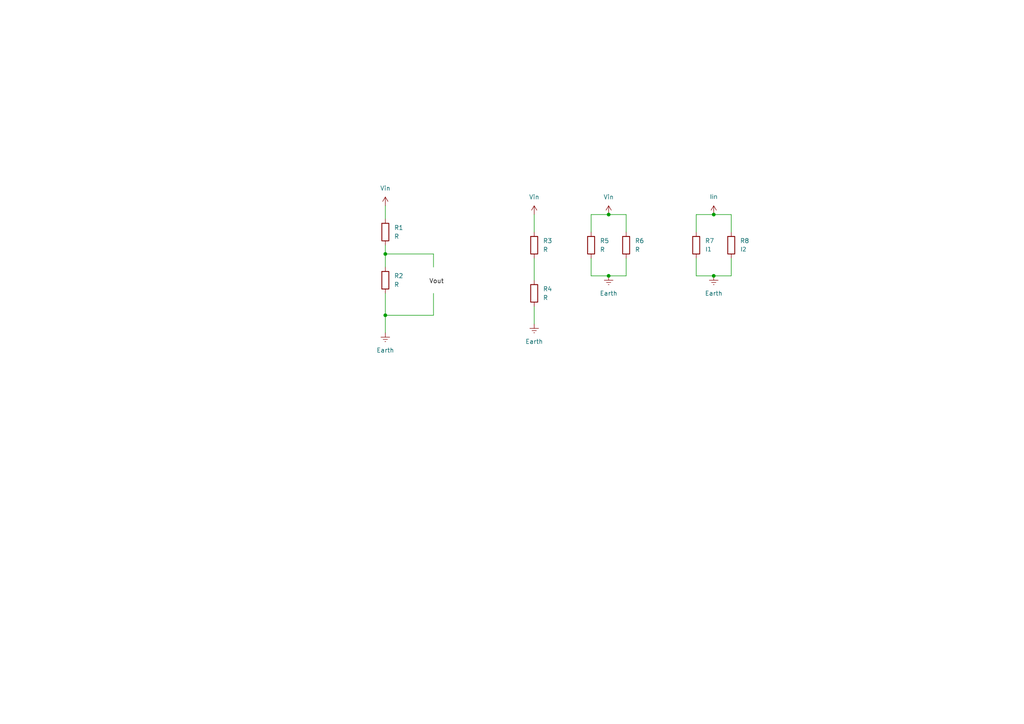
<source format=kicad_sch>
(kicad_sch (version 20231120) (generator "eeschema") (generator_version "8.0")
  (paper "A4")
  (lib_symbols
    (symbol "Device:R" (pin_numbers hide) (pin_names (offset 0))
      (property "Reference" "R" (at 2.032 0 90))
      (property "Value" "R" (at 0 0 90))
      (symbol "R_0_1"
        (rectangle (start -1.016 -2.54) (end 1.016 2.54) (stroke (width 0.254)))
      )
      (symbol "R_1_1"
        (pin passive line (at 0 3.81 270) (length 1.27) (name "~") (number "1"))
        (pin passive line (at 0 -3.81 90) (length 1.27) (name "~") (number "2"))
      )
    )
    (symbol "power:+5V" (power) (pin_numbers hide) (pin_names (offset 0) hide)
      (property "Value" "+5V" (at 0 3.556 0))
      (symbol "+5V_0_1"
        (polyline (pts (xy -0.762 1.27) (xy 0 2.54)))
        (polyline (pts (xy 0 0) (xy 0 2.54)))
        (polyline (pts (xy 0 2.54) (xy 0.762 1.27)))
      )
      (symbol "+5V_1_1"
        (pin power_in line (at 0 0 90) (length 0) (name "~") (number "1"))
      )
    )
    (symbol "power:Earth" (power) (pin_numbers hide) (pin_names (offset 0) hide)
      (property "Value" "Earth" (at 0 -3.81 0))
      (symbol "Earth_0_1"
        (polyline (pts (xy -0.635 -1.905) (xy 0.635 -1.905)))
        (polyline (pts (xy -0.127 -2.54) (xy 0.127 -2.54)))
        (polyline (pts (xy 0 -1.27) (xy 0 0)))
        (polyline (pts (xy 1.27 -1.27) (xy -1.27 -1.27)))
      )
      (symbol "Earth_1_1"
        (pin power_in line (at 0 0 270) (length 0) (name "~") (number "1"))
      )
    )
  )
  (junction (at 176.53 80.01))
  (junction (at 176.53 62.23))
  (junction (at 111.76 73.66))
  (junction (at 207.01 80.01))
  (junction (at 207.01 62.23))
  (junction (at 111.76 91.44))
  (wire (pts (xy 125.73 77.47) (xy 125.73 73.66)))
  (wire (pts (xy 125.73 73.66) (xy 111.76 73.66)))
  (wire (pts (xy 154.94 74.93) (xy 154.94 81.28)))
  (wire (pts (xy 212.09 67.31) (xy 212.09 62.23)))
  (wire (pts (xy 171.45 67.31) (xy 171.45 62.23)))
  (wire (pts (xy 154.94 62.23) (xy 154.94 67.31)))
  (wire (pts (xy 171.45 62.23) (xy 176.53 62.23)))
  (wire (pts (xy 201.93 67.31) (xy 201.93 62.23)))
  (wire (pts (xy 212.09 80.01) (xy 212.09 74.93)))
  (wire (pts (xy 181.61 67.31) (xy 181.61 62.23)))
  (wire (pts (xy 176.53 80.01) (xy 181.61 80.01)))
  (wire (pts (xy 125.73 85.09) (xy 125.73 91.44)))
  (wire (pts (xy 111.76 73.66) (xy 111.76 77.47)))
  (wire (pts (xy 201.93 80.01) (xy 207.01 80.01)))
  (wire (pts (xy 171.45 80.01) (xy 176.53 80.01)))
  (wire (pts (xy 154.94 88.9) (xy 154.94 93.98)))
  (wire (pts (xy 111.76 71.12) (xy 111.76 73.66)))
  (wire (pts (xy 201.93 62.23) (xy 207.01 62.23)))
  (wire (pts (xy 111.76 91.44) (xy 111.76 85.09)))
  (wire (pts (xy 125.73 91.44) (xy 111.76 91.44)))
  (wire (pts (xy 201.93 74.93) (xy 201.93 80.01)))
  (wire (pts (xy 212.09 62.23) (xy 207.01 62.23)))
  (wire (pts (xy 111.76 59.69) (xy 111.76 63.5)))
  (wire (pts (xy 181.61 62.23) (xy 176.53 62.23)))
  (wire (pts (xy 111.76 91.44) (xy 111.76 96.52)))
  (wire (pts (xy 171.45 74.93) (xy 171.45 80.01)))
  (wire (pts (xy 181.61 80.01) (xy 181.61 74.93)))
  (wire (pts (xy 207.01 80.01) (xy 212.09 80.01)))
  (label "Vout" (at 124.46 82.55 0))
  (symbol (lib_id "Device:R") (at 111.76 67.31 0) (unit 1)
    (property "Reference" "R1" (at 114.3 66.0399 0) (effects (justify left)))
    (property "Value" "R" (at 114.3 68.5799 0) (effects (justify left)))
    (property "Description" "Resistor" (effects (hide yes)))
  )
  (symbol (lib_id "power:Earth") (at 154.94 93.98 0) (unit 1)
    (property "Reference" "#PWR04" (effects (hide yes)))
    (property "Value" "Earth" (at 154.94 99.06 0))
    (property "Description" "Power symbol creates a global label with name \"Earth\"" (effects (hide yes)))
  )
  (symbol (lib_id "Device:R") (at 154.94 71.12 0) (unit 1)
    (property "Reference" "R3" (at 157.48 69.8499 0) (effects (justify left)))
    (property "Value" "R" (at 157.48 72.3899 0) (effects (justify left)))
    (property "Description" "Resistor" (effects (hide yes)))
  )
  (symbol (lib_id "Device:R") (at 111.76 81.28 0) (unit 1)
    (property "Reference" "R2" (at 114.3 80.0099 0) (effects (justify left)))
    (property "Value" "R" (at 114.3 82.5499 0) (effects (justify left)))
    (property "Description" "Resistor" (effects (hide yes)))
  )
  (symbol (lib_id "power:+5V") (at 176.53 62.23 0) (unit 1)
    (property "Reference" "#PWR05" (effects (hide yes)))
    (property "Value" "Vin" (at 176.53 57.15 0))
    (property "Description" "Power symbol creates a global label with name \"+5V\"" (effects (hide yes)))
  )
  (symbol (lib_id "power:Earth") (at 111.76 96.52 0) (unit 1)
    (property "Reference" "#PWR01" (effects (hide yes)))
    (property "Value" "Earth" (at 111.76 101.6 0))
    (property "Description" "Power symbol creates a global label with name \"Earth\"" (effects (hide yes)))
  )
  (symbol (lib_id "Device:R") (at 212.09 71.12 0) (unit 1)
    (property "Reference" "R8" (at 214.63 69.8499 0) (effects (justify left)))
    (property "Value" "I2" (at 214.63 72.3899 0) (effects (justify left)))
    (property "Description" "Resistor" (effects (hide yes)))
  )
  (symbol (lib_id "power:+5V") (at 154.94 62.23 0) (unit 1)
    (property "Reference" "#PWR03" (effects (hide yes)))
    (property "Value" "Vin" (at 154.94 57.15 0))
    (property "Description" "Power symbol creates a global label with name \"+5V\"" (effects (hide yes)))
  )
  (symbol (lib_id "power:+5V") (at 207.01 62.23 0) (unit 1)
    (property "Reference" "#PWR07" (effects (hide yes)))
    (property "Value" "Iin" (at 207.01 57.15 0))
    (property "Description" "Power symbol creates a global label with name \"+5V\"" (effects (hide yes)))
  )
  (symbol (lib_id "Device:R") (at 171.45 71.12 0) (unit 1)
    (property "Reference" "R5" (at 173.99 69.8499 0) (effects (justify left)))
    (property "Value" "R" (at 173.99 72.3899 0) (effects (justify left)))
    (property "Description" "Resistor" (effects (hide yes)))
  )
  (symbol (lib_id "Device:R") (at 181.61 71.12 0) (unit 1)
    (property "Reference" "R6" (at 184.15 69.8499 0) (effects (justify left)))
    (property "Value" "R" (at 184.15 72.3899 0) (effects (justify left)))
    (property "Description" "Resistor" (effects (hide yes)))
  )
  (symbol (lib_id "Device:R") (at 154.94 85.09 0) (unit 1)
    (property "Reference" "R4" (at 157.48 83.8199 0) (effects (justify left)))
    (property "Value" "R" (at 157.48 86.3599 0) (effects (justify left)))
    (property "Description" "Resistor" (effects (hide yes)))
  )
  (symbol (lib_id "power:Earth") (at 176.53 80.01 0) (unit 1)
    (property "Reference" "#PWR06" (effects (hide yes)))
    (property "Value" "Earth" (at 176.53 85.09 0))
    (property "Description" "Power symbol creates a global label with name \"Earth\"" (effects (hide yes)))
  )
  (symbol (lib_id "Device:R") (at 201.93 71.12 0) (unit 1)
    (property "Reference" "R7" (at 204.47 69.8499 0) (effects (justify left)))
    (property "Value" "I1" (at 204.47 72.3899 0) (effects (justify left)))
    (property "Description" "Resistor" (effects (hide yes)))
  )
  (symbol (lib_id "power:+5V") (at 111.76 59.69 0) (unit 1)
    (property "Reference" "#PWR02" (effects (hide yes)))
    (property "Value" "Vin" (at 111.76 54.61 0))
    (property "Description" "Power symbol creates a global label with name \"+5V\"" (effects (hide yes)))
  )
  (symbol (lib_id "power:Earth") (at 207.01 80.01 0) (unit 1)
    (property "Reference" "#PWR08" (effects (hide yes)))
    (property "Value" "Earth" (at 207.01 85.09 0))
    (property "Description" "Power symbol creates a global label with name \"Earth\"" (effects (hide yes)))
  )
)
</source>
